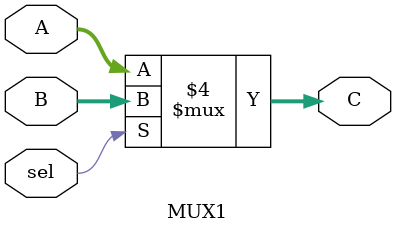
<source format=v>
module MUX1(A, B, sel, C);

input [3:0] A, B;
input sel;
output reg [3:0]C;
always @(*)begin
    if(sel==0)
        C = A;
    else
        C = B;
    end

endmodule

</source>
